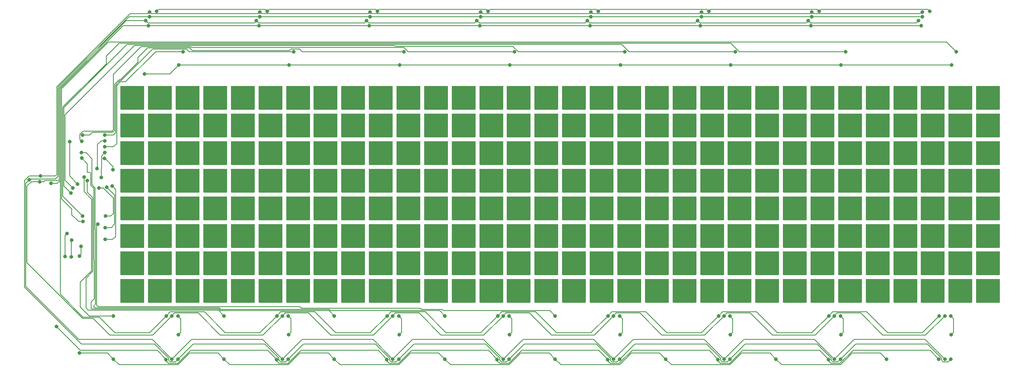
<source format=gtl>
G04 #@! TF.GenerationSoftware,KiCad,Pcbnew,6.0.8+dfsg-1~bpo11+1*
G04 #@! TF.CreationDate,2023-08-01T08:47:41-04:00*
G04 #@! TF.ProjectId,14_8x32_self_capacitance,31345f38-7833-4325-9f73-656c665f6361,rev?*
G04 #@! TF.SameCoordinates,Original*
G04 #@! TF.FileFunction,Copper,L1,Top*
G04 #@! TF.FilePolarity,Positive*
%FSLAX46Y46*%
G04 Gerber Fmt 4.6, Leading zero omitted, Abs format (unit mm)*
G04 Created by KiCad (PCBNEW 6.0.8+dfsg-1~bpo11+1) date 2023-08-01 08:47:41*
%MOMM*%
%LPD*%
G01*
G04 APERTURE LIST*
G04 Aperture macros list*
%AMFreePoly0*
4,1,13,2.417426,2.592426,2.435000,2.550000,2.435000,-2.450000,2.417426,-2.492426,2.375000,-2.510000,-2.625000,-2.510000,-2.667426,-2.492426,-2.685000,-2.450000,-2.685000,2.550000,-2.667426,2.592426,-2.625000,2.610000,2.375000,2.610000,2.417426,2.592426,2.417426,2.592426,$1*%
G04 Aperture macros list end*
G04 #@! TA.AperFunction,SMDPad,CuDef*
%ADD10FreePoly0,0.000000*%
G04 #@! TD*
G04 #@! TA.AperFunction,ViaPad*
%ADD11C,0.800000*%
G04 #@! TD*
G04 #@! TA.AperFunction,Conductor*
%ADD12C,0.127000*%
G04 #@! TD*
G04 APERTURE END LIST*
D10*
X71325000Y-59650000D03*
X71325000Y-65650000D03*
X71325000Y-71650000D03*
X71325000Y-77650000D03*
X71325000Y-83650000D03*
X71325000Y-89650000D03*
X71325000Y-95650000D03*
X71325000Y-101650000D03*
X77325000Y-59650000D03*
X77325000Y-65650000D03*
X77325000Y-71650000D03*
X77325000Y-77650000D03*
X77325000Y-83650000D03*
X77325000Y-89650000D03*
X77325000Y-95650000D03*
X77325000Y-101650000D03*
X83325000Y-59650000D03*
X83325000Y-65650000D03*
X83325000Y-71650000D03*
X83325000Y-77650000D03*
X83325000Y-83650000D03*
X83325000Y-89650000D03*
X83325000Y-95650000D03*
X83325000Y-101650000D03*
X89325000Y-59650000D03*
X89325000Y-65650000D03*
X89325000Y-71650000D03*
X89325000Y-77650000D03*
X89325000Y-83650000D03*
X89325000Y-89650000D03*
X89325000Y-95650000D03*
X89325000Y-101650000D03*
X95325000Y-59650000D03*
X95325000Y-65650000D03*
X95325000Y-71650000D03*
X95325000Y-77650000D03*
X95325000Y-83650000D03*
X95325000Y-89650000D03*
X95325000Y-95650000D03*
X95325000Y-101650000D03*
X101325000Y-59650000D03*
X101325000Y-65650000D03*
X101325000Y-71650000D03*
X101325000Y-77650000D03*
X101325000Y-83650000D03*
X101325000Y-89650000D03*
X101325000Y-95650000D03*
X101325000Y-101650000D03*
X107325000Y-59650000D03*
X107325000Y-65650000D03*
X107325000Y-71650000D03*
X107325000Y-77650000D03*
X107325000Y-83650000D03*
X107325000Y-89650000D03*
X107325000Y-95650000D03*
X107325000Y-101650000D03*
X113325000Y-59650000D03*
X113325000Y-65650000D03*
X113325000Y-71650000D03*
X113325000Y-77650000D03*
X113325000Y-83650000D03*
X113325000Y-89650000D03*
X113325000Y-95650000D03*
X113325000Y-101650000D03*
X119325000Y-59650000D03*
X119325000Y-65650000D03*
X119325000Y-71650000D03*
X119325000Y-77650000D03*
X119325000Y-83650000D03*
X119325000Y-89650000D03*
X119325000Y-95650000D03*
X119325000Y-101650000D03*
X125325000Y-59650000D03*
X125325000Y-65650000D03*
X125325000Y-71650000D03*
X125325000Y-77650000D03*
X125325000Y-83650000D03*
X125325000Y-89650000D03*
X125325000Y-95650000D03*
X125325000Y-101650000D03*
X131325000Y-59650000D03*
X131325000Y-65650000D03*
X131325000Y-71650000D03*
X131325000Y-77650000D03*
X131325000Y-83650000D03*
X131325000Y-89650000D03*
X131325000Y-95650000D03*
X131325000Y-101650000D03*
X137325000Y-59650000D03*
X137325000Y-65650000D03*
X137325000Y-71650000D03*
X137325000Y-77650000D03*
X137325000Y-83650000D03*
X137325000Y-89650000D03*
X137325000Y-95650000D03*
X137325000Y-101650000D03*
X143325000Y-59650000D03*
X143325000Y-65650000D03*
X143325000Y-71650000D03*
X143325000Y-77650000D03*
X143325000Y-83650000D03*
X143325000Y-89650000D03*
X143325000Y-95650000D03*
X143325000Y-101650000D03*
X149325000Y-59650000D03*
X149325000Y-65650000D03*
X149325000Y-71650000D03*
X149325000Y-77650000D03*
X149325000Y-83650000D03*
X149325000Y-89650000D03*
X149325000Y-95650000D03*
X149325000Y-101650000D03*
X155325000Y-59650000D03*
X155325000Y-65650000D03*
X155325000Y-71650000D03*
X155325000Y-77650000D03*
X155325000Y-83650000D03*
X155325000Y-89650000D03*
X155325000Y-95650000D03*
X155325000Y-101650000D03*
X161325000Y-59650000D03*
X161325000Y-65650000D03*
X161325000Y-71650000D03*
X161325000Y-77650000D03*
X161325000Y-83650000D03*
X161325000Y-89650000D03*
X161325000Y-95650000D03*
X161325000Y-101650000D03*
X167325000Y-59650000D03*
X167325000Y-65650000D03*
X167325000Y-71650000D03*
X167325000Y-77650000D03*
X167325000Y-83650000D03*
X167325000Y-89650000D03*
X167325000Y-95650000D03*
X167325000Y-101650000D03*
X173325000Y-59650000D03*
X173325000Y-65650000D03*
X173325000Y-71650000D03*
X173325000Y-77650000D03*
X173325000Y-83650000D03*
X173325000Y-89650000D03*
X173325000Y-95650000D03*
X173325000Y-101650000D03*
X179325000Y-59650000D03*
X179325000Y-65650000D03*
X179325000Y-71650000D03*
X179325000Y-77650000D03*
X179325000Y-83650000D03*
X179325000Y-89650000D03*
X179325000Y-95650000D03*
X179325000Y-101650000D03*
X185325000Y-59650000D03*
X185325000Y-65650000D03*
X185325000Y-71650000D03*
X185325000Y-77650000D03*
X185325000Y-83650000D03*
X185325000Y-89650000D03*
X185325000Y-95650000D03*
X185325000Y-101650000D03*
X191325000Y-59650000D03*
X191325000Y-65650000D03*
X191325000Y-71650000D03*
X191325000Y-77650000D03*
X191325000Y-83650000D03*
X191325000Y-89650000D03*
X191325000Y-95650000D03*
X191325000Y-101650000D03*
X197325000Y-59650000D03*
X197325000Y-65650000D03*
X197325000Y-71650000D03*
X197325000Y-77650000D03*
X197325000Y-83650000D03*
X197325000Y-89650000D03*
X197325000Y-95650000D03*
X197325000Y-101650000D03*
X203325000Y-59650000D03*
X203325000Y-65650000D03*
X203325000Y-71650000D03*
X203325000Y-77650000D03*
X203325000Y-83650000D03*
X203325000Y-89650000D03*
X203325000Y-95650000D03*
X203325000Y-101650000D03*
X209325000Y-59650000D03*
X209325000Y-65650000D03*
X209325000Y-71650000D03*
X209325000Y-77650000D03*
X209325000Y-83650000D03*
X209325000Y-89650000D03*
X209325000Y-95650000D03*
X209325000Y-101650000D03*
X215325000Y-59650000D03*
X215325000Y-65650000D03*
X215325000Y-71650000D03*
X215325000Y-77650000D03*
X215325000Y-83650000D03*
X215325000Y-89650000D03*
X215325000Y-95650000D03*
X215325000Y-101650000D03*
X221325000Y-59650000D03*
X221325000Y-65650000D03*
X221325000Y-71650000D03*
X221325000Y-77650000D03*
X221325000Y-83650000D03*
X221325000Y-89650000D03*
X221325000Y-95650000D03*
X221325000Y-101650000D03*
X227325000Y-59650000D03*
X227325000Y-65650000D03*
X227325000Y-71650000D03*
X227325000Y-77650000D03*
X227325000Y-83650000D03*
X227325000Y-89650000D03*
X227325000Y-95650000D03*
X227325000Y-101650000D03*
X233325000Y-59650000D03*
X233325000Y-65650000D03*
X233325000Y-71650000D03*
X233325000Y-77650000D03*
X233325000Y-83650000D03*
X233325000Y-89650000D03*
X233325000Y-95650000D03*
X233325000Y-101650000D03*
X239325000Y-59650000D03*
X239325000Y-65650000D03*
X239325000Y-71650000D03*
X239325000Y-77650000D03*
X239325000Y-83650000D03*
X239325000Y-89650000D03*
X239325000Y-95650000D03*
X239325000Y-101650000D03*
X245325000Y-59650000D03*
X245325000Y-65650000D03*
X245325000Y-71650000D03*
X245325000Y-77650000D03*
X245325000Y-83650000D03*
X245325000Y-89650000D03*
X245325000Y-95650000D03*
X245325000Y-101650000D03*
X251325000Y-59650000D03*
X251325000Y-65650000D03*
X251325000Y-71650000D03*
X251325000Y-77650000D03*
X251325000Y-83650000D03*
X251325000Y-89650000D03*
X251325000Y-95650000D03*
X251325000Y-101650000D03*
X257325000Y-59650000D03*
X257325000Y-65650000D03*
X257325000Y-71650000D03*
X257325000Y-77650000D03*
X257325000Y-83650000D03*
X257325000Y-89650000D03*
X257325000Y-95650000D03*
X257325000Y-101650000D03*
D11*
X196496050Y-40703950D03*
X220496050Y-40703950D03*
X57600000Y-69100000D03*
X59659210Y-115100000D03*
X115100000Y-116400000D03*
X66800000Y-78800000D03*
X235100000Y-116400000D03*
X139100000Y-116400000D03*
X163100000Y-116400000D03*
X187100000Y-116400000D03*
X65300000Y-90400000D03*
X67100000Y-116400000D03*
X124496050Y-40703950D03*
X76496050Y-40703950D03*
X244496050Y-40703950D03*
X148496050Y-40703950D03*
X91100000Y-116400000D03*
X67000000Y-75200000D03*
X211100000Y-116400000D03*
X65155000Y-72745000D03*
X100496050Y-40703950D03*
X172496050Y-40703950D03*
X59300000Y-78300000D03*
X105200000Y-111100000D03*
X153100000Y-107000000D03*
X78500000Y-116500000D03*
X102500000Y-116500000D03*
X81100000Y-107000000D03*
X81200000Y-111100000D03*
X225100000Y-107000000D03*
X201100000Y-107000000D03*
X153264500Y-52435500D03*
X177200000Y-111100000D03*
X150500000Y-116500000D03*
X105264500Y-52435500D03*
X198500000Y-116500000D03*
X126500000Y-116500000D03*
X222500000Y-116500000D03*
X153200000Y-111100000D03*
X174500000Y-116500000D03*
X73800000Y-54400000D03*
X225200000Y-111100000D03*
X129200000Y-111100000D03*
X81264500Y-52435500D03*
X105100000Y-107000000D03*
X129100000Y-107000000D03*
X177264500Y-52435500D03*
X54700000Y-109300000D03*
X249200000Y-111100000D03*
X246500000Y-116400000D03*
X201200000Y-111100000D03*
X249100000Y-107000000D03*
X249264500Y-52435500D03*
X225264500Y-52435500D03*
X129264500Y-52435500D03*
X201264500Y-52435500D03*
X177100000Y-107000000D03*
X170700000Y-43900000D03*
X53500000Y-78200000D03*
X78600000Y-107000000D03*
X146700000Y-43900000D03*
X102600000Y-107000000D03*
X246600000Y-107000000D03*
X98700000Y-43900000D03*
X150600000Y-107000000D03*
X174600000Y-107000000D03*
X126600000Y-107000000D03*
X242700000Y-43900000D03*
X198600000Y-107000000D03*
X122700000Y-43900000D03*
X218700000Y-43900000D03*
X74700000Y-43900000D03*
X194700000Y-43900000D03*
X222600000Y-107000000D03*
X74100000Y-42800000D03*
X98100000Y-42800000D03*
X151800000Y-107000000D03*
X127800000Y-107000000D03*
X247800000Y-107000000D03*
X218100000Y-42800000D03*
X146100000Y-42800000D03*
X223800000Y-107000000D03*
X175800000Y-107000000D03*
X199800000Y-107000000D03*
X122100000Y-42800000D03*
X103800000Y-107000000D03*
X79800000Y-107000000D03*
X170100000Y-42800000D03*
X242100000Y-42800000D03*
X194100000Y-42800000D03*
X51100000Y-77800000D03*
X175800000Y-116400000D03*
X170900000Y-41900000D03*
X103800000Y-116400000D03*
X122900000Y-41900000D03*
X146900000Y-41900000D03*
X151800000Y-116400000D03*
X242900000Y-41900000D03*
X223800000Y-116400000D03*
X48800000Y-77400000D03*
X218900000Y-41900000D03*
X194900000Y-41900000D03*
X74900000Y-41900000D03*
X79800000Y-116400000D03*
X98900000Y-41900000D03*
X199800000Y-116400000D03*
X247800000Y-116400000D03*
X127800000Y-116400000D03*
X218900000Y-40900000D03*
X98900000Y-40900000D03*
X201100000Y-116400000D03*
X122900000Y-40900000D03*
X194900000Y-40900000D03*
X225100000Y-116400000D03*
X170900000Y-40900000D03*
X153100000Y-116400000D03*
X51200000Y-76600000D03*
X74900000Y-40900000D03*
X177100000Y-116400000D03*
X242900000Y-40900000D03*
X105100000Y-116400000D03*
X249100000Y-116400000D03*
X129100000Y-116400000D03*
X146900000Y-40900000D03*
X81100000Y-116400000D03*
X250245500Y-49545500D03*
X60500000Y-86500000D03*
X251300000Y-101700000D03*
X251300000Y-95700000D03*
X251300000Y-89700000D03*
X251300000Y-83700000D03*
X251300000Y-77700000D03*
X251300000Y-71700000D03*
X251300000Y-65700000D03*
X251300000Y-59700000D03*
X257300000Y-101700000D03*
X257300000Y-95700000D03*
X257300000Y-89700000D03*
X257300000Y-83700000D03*
X257300000Y-77700000D03*
X257300000Y-71700000D03*
X257300000Y-65700000D03*
X257300000Y-59700000D03*
X56600000Y-94100000D03*
X57000000Y-89100000D03*
X239300000Y-101700000D03*
X239300000Y-95700000D03*
X239300000Y-89700000D03*
X239300000Y-83700000D03*
X239300000Y-77700000D03*
X239300000Y-71700000D03*
X239300000Y-65700000D03*
X239300000Y-59700000D03*
X245300000Y-101700000D03*
X245300000Y-95700000D03*
X245300000Y-89700000D03*
X245300000Y-83700000D03*
X245300000Y-77700000D03*
X245300000Y-71700000D03*
X245300000Y-65700000D03*
X245300000Y-59700000D03*
X226245500Y-49545500D03*
X60400000Y-85300000D03*
X227300000Y-101700000D03*
X227300000Y-95700000D03*
X227300000Y-89700000D03*
X227300000Y-83700000D03*
X227300000Y-77700000D03*
X227300000Y-71700000D03*
X227300000Y-65700000D03*
X227300000Y-59700000D03*
X233300000Y-101700000D03*
X233300000Y-95700000D03*
X233300000Y-89700000D03*
X233300000Y-83700000D03*
X233300000Y-77700000D03*
X233300000Y-71700000D03*
X233300000Y-65700000D03*
X233300000Y-59700000D03*
X57900000Y-94200000D03*
X58000000Y-90500000D03*
X215300000Y-101700000D03*
X215300000Y-95700000D03*
X215300000Y-89700000D03*
X215300000Y-83700000D03*
X215300000Y-77700000D03*
X215300000Y-71700000D03*
X215300000Y-65700000D03*
X215300000Y-59700000D03*
X221300000Y-101700000D03*
X221300000Y-95700000D03*
X221300000Y-89700000D03*
X221300000Y-83700000D03*
X221300000Y-77700000D03*
X221300000Y-71700000D03*
X221300000Y-65700000D03*
X221300000Y-59700000D03*
X71300000Y-59700000D03*
X71300000Y-65700000D03*
X71300000Y-71700000D03*
X71300000Y-77700000D03*
X71300000Y-83700000D03*
X71300000Y-89700000D03*
X71300000Y-95700000D03*
X71300000Y-101700000D03*
X77300000Y-59700000D03*
X77300000Y-65700000D03*
X77300000Y-71700000D03*
X77300000Y-77700000D03*
X77300000Y-83700000D03*
X77300000Y-89700000D03*
X77300000Y-95700000D03*
X77300000Y-101700000D03*
X83300000Y-59700000D03*
X83300000Y-65700000D03*
X83300000Y-71700000D03*
X83300000Y-77700000D03*
X83300000Y-83700000D03*
X83300000Y-89700000D03*
X83300000Y-95700000D03*
X83300000Y-101700000D03*
X89300000Y-59700000D03*
X89300000Y-65700000D03*
X89300000Y-71700000D03*
X89300000Y-77700000D03*
X89300000Y-83700000D03*
X89300000Y-89700000D03*
X89300000Y-95700000D03*
X89300000Y-101700000D03*
X95300000Y-59700000D03*
X95300000Y-65700000D03*
X95300000Y-71700000D03*
X95300000Y-77700000D03*
X95300000Y-83700000D03*
X95300000Y-89700000D03*
X95300000Y-95700000D03*
X95300000Y-101700000D03*
X101300000Y-59700000D03*
X101300000Y-65700000D03*
X101300000Y-71700000D03*
X101300000Y-77700000D03*
X101300000Y-83700000D03*
X101300000Y-89700000D03*
X101300000Y-95700000D03*
X101300000Y-101700000D03*
X107300000Y-59700000D03*
X107300000Y-65700000D03*
X107300000Y-71700000D03*
X107300000Y-77700000D03*
X107300000Y-83700000D03*
X107300000Y-89700000D03*
X107300000Y-95700000D03*
X107300000Y-101700000D03*
X113300000Y-59700000D03*
X113300000Y-65700000D03*
X113300000Y-71700000D03*
X113300000Y-77700000D03*
X113300000Y-83700000D03*
X113300000Y-89700000D03*
X113300000Y-95700000D03*
X113300000Y-101700000D03*
X119300000Y-59700000D03*
X119300000Y-65700000D03*
X119300000Y-71700000D03*
X119300000Y-77700000D03*
X119300000Y-83700000D03*
X119300000Y-89700000D03*
X119300000Y-95700000D03*
X119300000Y-101700000D03*
X125300000Y-59700000D03*
X125300000Y-65700000D03*
X125300000Y-71700000D03*
X125300000Y-77700000D03*
X125300000Y-83700000D03*
X125300000Y-89700000D03*
X125300000Y-95700000D03*
X125300000Y-101700000D03*
X131300000Y-59700000D03*
X131300000Y-65700000D03*
X131300000Y-71700000D03*
X131300000Y-77700000D03*
X131300000Y-83700000D03*
X131300000Y-89700000D03*
X131300000Y-95700000D03*
X131300000Y-101700000D03*
X137300000Y-59700000D03*
X137300000Y-65700000D03*
X137300000Y-71700000D03*
X137300000Y-77700000D03*
X137300000Y-83700000D03*
X137300000Y-89700000D03*
X137300000Y-95700000D03*
X137300000Y-101700000D03*
X143300000Y-59700000D03*
X143300000Y-65700000D03*
X143300000Y-71700000D03*
X143300000Y-77700000D03*
X143300000Y-83700000D03*
X143300000Y-89700000D03*
X143300000Y-95700000D03*
X143300000Y-101700000D03*
X149300000Y-59700000D03*
X149300000Y-65700000D03*
X149300000Y-71700000D03*
X149300000Y-77700000D03*
X149300000Y-83700000D03*
X149300000Y-89700000D03*
X149300000Y-95700000D03*
X149300000Y-101700000D03*
X155300000Y-59700000D03*
X155300000Y-65700000D03*
X155300000Y-71700000D03*
X155300000Y-77700000D03*
X155300000Y-83700000D03*
X155300000Y-89700000D03*
X155300000Y-95700000D03*
X155300000Y-101700000D03*
X161300000Y-59700000D03*
X161300000Y-65700000D03*
X161300000Y-71700000D03*
X161300000Y-77700000D03*
X161300000Y-83700000D03*
X161300000Y-89700000D03*
X161300000Y-95700000D03*
X161300000Y-101700000D03*
X167300000Y-59700000D03*
X167300000Y-65700000D03*
X167300000Y-71700000D03*
X167300000Y-77700000D03*
X167300000Y-83700000D03*
X167300000Y-89700000D03*
X167300000Y-95700000D03*
X167300000Y-101700000D03*
X173300000Y-59700000D03*
X173300000Y-65700000D03*
X173300000Y-71700000D03*
X173300000Y-77700000D03*
X173300000Y-83700000D03*
X173300000Y-89700000D03*
X173300000Y-95700000D03*
X173300000Y-101700000D03*
X179300000Y-59700000D03*
X179300000Y-65700000D03*
X179300000Y-71700000D03*
X179300000Y-77700000D03*
X179300000Y-83700000D03*
X179300000Y-89700000D03*
X179300000Y-95700000D03*
X179300000Y-101700000D03*
X185300000Y-59700000D03*
X185300000Y-65700000D03*
X185300000Y-71700000D03*
X185300000Y-77700000D03*
X185300000Y-83700000D03*
X185300000Y-89700000D03*
X185300000Y-95700000D03*
X185300000Y-101700000D03*
X191300000Y-59700000D03*
X191300000Y-65700000D03*
X191300000Y-71700000D03*
X191300000Y-77700000D03*
X191300000Y-83700000D03*
X191300000Y-89700000D03*
X191300000Y-95700000D03*
X191300000Y-101700000D03*
X197300000Y-59700000D03*
X197300000Y-65700000D03*
X197300000Y-71700000D03*
X197300000Y-77700000D03*
X197300000Y-83700000D03*
X197300000Y-89700000D03*
X197300000Y-95700000D03*
X197300000Y-101700000D03*
X203300000Y-59700000D03*
X203300000Y-65700000D03*
X203300000Y-71700000D03*
X203300000Y-77700000D03*
X203300000Y-83700000D03*
X203300000Y-89700000D03*
X203300000Y-95700000D03*
X203300000Y-101700000D03*
X209300000Y-59700000D03*
X209300000Y-65700000D03*
X209300000Y-71700000D03*
X209300000Y-77700000D03*
X209300000Y-83700000D03*
X209300000Y-89700000D03*
X209300000Y-95700000D03*
X209300000Y-101700000D03*
X67100000Y-107000000D03*
X65200000Y-68900000D03*
X60700000Y-76800000D03*
X63550000Y-74950000D03*
X65400000Y-85300000D03*
X57800000Y-80300000D03*
X202245500Y-49545500D03*
X63900000Y-79200000D03*
X63700000Y-87100000D03*
X163100000Y-107000000D03*
X65300000Y-87800000D03*
X58259210Y-79200000D03*
X178245500Y-49545500D03*
X65600000Y-79000000D03*
X59700000Y-94000000D03*
X60000000Y-91900000D03*
X65200000Y-70200000D03*
X82245500Y-49545500D03*
X115100000Y-107000000D03*
X60200000Y-72700000D03*
X139100000Y-107000000D03*
X60100000Y-71500000D03*
X154245500Y-49545500D03*
X60200000Y-69000000D03*
X130245500Y-49545500D03*
X60400000Y-67700000D03*
X65200000Y-67700000D03*
X106245500Y-49545500D03*
X65200000Y-71500000D03*
X91100000Y-107000000D03*
X64400000Y-76900000D03*
X61400000Y-77600000D03*
D12*
X100496050Y-40703950D02*
X100092100Y-40300000D01*
X172092100Y-40300000D02*
X148900000Y-40300000D01*
X163100000Y-116400000D02*
X161800000Y-115100000D01*
X164354000Y-117654000D02*
X163100000Y-116400000D01*
X92354000Y-117654000D02*
X91100000Y-116400000D01*
X140354000Y-117654000D02*
X139100000Y-116400000D01*
X67554000Y-79554000D02*
X66800000Y-78800000D01*
X212354000Y-117654000D02*
X211100000Y-116400000D01*
X81105210Y-117654000D02*
X68354000Y-117654000D01*
X148496050Y-40703950D02*
X148092100Y-40300000D01*
X66900000Y-90400000D02*
X67554000Y-89746000D01*
X100092100Y-40300000D02*
X76900000Y-40300000D01*
X57600000Y-69100000D02*
X57600000Y-76600000D01*
X172496050Y-40703950D02*
X172092100Y-40300000D01*
X179659210Y-115100000D02*
X177105210Y-117654000D01*
X91100000Y-116400000D02*
X89800000Y-115100000D01*
X225105210Y-117654000D02*
X212354000Y-117654000D01*
X107659210Y-115100000D02*
X113800000Y-115100000D01*
X67000000Y-74500000D02*
X65200000Y-72700000D01*
X107659210Y-115100000D02*
X105105210Y-117654000D01*
X211100000Y-116400000D02*
X209800000Y-115100000D01*
X131659210Y-115100000D02*
X129105210Y-117654000D01*
X177105210Y-117654000D02*
X164354000Y-117654000D01*
X148092100Y-40300000D02*
X124900000Y-40300000D01*
X59659210Y-115100000D02*
X65800000Y-115100000D01*
X67000000Y-75200000D02*
X67000000Y-74500000D01*
X65300000Y-90400000D02*
X66900000Y-90400000D01*
X196092100Y-40300000D02*
X172900000Y-40300000D01*
X227659210Y-115100000D02*
X225105210Y-117654000D01*
X155659210Y-115100000D02*
X161800000Y-115100000D01*
X124092100Y-40300000D02*
X100900000Y-40300000D01*
X196496050Y-40703950D02*
X196092100Y-40300000D01*
X235100000Y-116400000D02*
X233800000Y-115100000D01*
X129105210Y-117654000D02*
X116354000Y-117654000D01*
X196900000Y-40300000D02*
X196496050Y-40703950D01*
X244092100Y-40300000D02*
X220900000Y-40300000D01*
X179659210Y-115100000D02*
X185800000Y-115100000D01*
X83659210Y-115100000D02*
X89800000Y-115100000D01*
X83659210Y-115100000D02*
X81105210Y-117654000D01*
X201105210Y-117654000D02*
X188354000Y-117654000D01*
X244496050Y-40703950D02*
X244092100Y-40300000D01*
X124496050Y-40703950D02*
X124092100Y-40300000D01*
X116354000Y-117654000D02*
X115100000Y-116400000D01*
X203659210Y-115100000D02*
X209800000Y-115100000D01*
X76900000Y-40300000D02*
X76496050Y-40703950D01*
X153105210Y-117654000D02*
X140354000Y-117654000D01*
X220900000Y-40300000D02*
X220496050Y-40703950D01*
X187100000Y-116400000D02*
X185800000Y-115100000D01*
X155659210Y-115100000D02*
X153105210Y-117654000D01*
X148900000Y-40300000D02*
X148496050Y-40703950D01*
X124900000Y-40300000D02*
X124496050Y-40703950D01*
X67100000Y-116400000D02*
X65800000Y-115100000D01*
X105105210Y-117654000D02*
X92354000Y-117654000D01*
X68354000Y-117654000D02*
X67100000Y-116400000D01*
X172900000Y-40300000D02*
X172496050Y-40703950D01*
X220496050Y-40703950D02*
X220092100Y-40300000D01*
X115100000Y-116400000D02*
X113800000Y-115100000D01*
X131659210Y-115100000D02*
X137800000Y-115100000D01*
X57600000Y-76600000D02*
X59300000Y-78300000D01*
X188354000Y-117654000D02*
X187100000Y-116400000D01*
X220092100Y-40300000D02*
X196900000Y-40300000D01*
X203659210Y-115100000D02*
X201105210Y-117654000D01*
X100900000Y-40300000D02*
X100496050Y-40703950D01*
X233800000Y-115100000D02*
X227659210Y-115100000D01*
X139100000Y-116400000D02*
X137800000Y-115100000D01*
X67554000Y-89746000D02*
X67554000Y-79554000D01*
X131900000Y-114500000D02*
X129000000Y-117400000D01*
X107900000Y-114500000D02*
X105000000Y-117400000D01*
X249690500Y-107590500D02*
X249690500Y-110609500D01*
X155900000Y-114500000D02*
X172600000Y-114500000D01*
X227900000Y-114500000D02*
X225000000Y-117400000D01*
X177690500Y-107590500D02*
X177100000Y-107000000D01*
X249690500Y-107590500D02*
X249100000Y-107000000D01*
X201264500Y-52435500D02*
X177264500Y-52435500D01*
X127100000Y-117400000D02*
X126500000Y-116800000D01*
X105690500Y-107590500D02*
X105100000Y-107000000D01*
X177690500Y-107590500D02*
X177690500Y-110609500D01*
X225000000Y-117400000D02*
X223100000Y-117400000D01*
X244600000Y-114500000D02*
X227900000Y-114500000D01*
X81690500Y-107590500D02*
X81100000Y-107000000D01*
X79100000Y-117400000D02*
X78500000Y-116800000D01*
X59900000Y-114500000D02*
X54700000Y-109300000D01*
X199100000Y-117400000D02*
X198500000Y-116800000D01*
X150500000Y-116400000D02*
X148600000Y-114500000D01*
X150500000Y-116800000D02*
X150500000Y-116500000D01*
X153690500Y-107590500D02*
X153690500Y-110609500D01*
X102500000Y-116800000D02*
X102500000Y-116500000D01*
X222500000Y-116400000D02*
X220600000Y-114500000D01*
X105690500Y-107590500D02*
X105690500Y-110609500D01*
X78500000Y-116800000D02*
X78500000Y-116500000D01*
X201690500Y-110609500D02*
X201200000Y-111100000D01*
X81690500Y-107590500D02*
X81690500Y-110609500D01*
X129264500Y-52435500D02*
X105264500Y-52435500D01*
X81000000Y-117400000D02*
X79100000Y-117400000D01*
X102500000Y-116400000D02*
X100600000Y-114500000D01*
X174500000Y-116800000D02*
X174500000Y-116500000D01*
X105000000Y-117400000D02*
X103100000Y-117400000D01*
X177264500Y-52435500D02*
X153264500Y-52435500D01*
X174500000Y-116400000D02*
X172600000Y-114500000D01*
X201000000Y-117400000D02*
X199100000Y-117400000D01*
X222500000Y-116500000D02*
X222500000Y-116400000D01*
X177000000Y-117400000D02*
X175100000Y-117400000D01*
X81690500Y-110609500D02*
X81200000Y-111100000D01*
X175100000Y-117400000D02*
X174500000Y-116800000D01*
X246500000Y-116400000D02*
X244600000Y-114500000D01*
X129690500Y-110609500D02*
X129200000Y-111100000D01*
X105264500Y-52435500D02*
X81264500Y-52435500D01*
X177690500Y-110609500D02*
X177200000Y-111100000D01*
X126500000Y-116800000D02*
X126500000Y-116500000D01*
X126500000Y-116400000D02*
X124600000Y-114500000D01*
X153000000Y-117400000D02*
X151100000Y-117400000D01*
X153690500Y-110609500D02*
X153200000Y-111100000D01*
X179900000Y-114500000D02*
X196600000Y-114500000D01*
X78500000Y-116400000D02*
X76600000Y-114500000D01*
X222500000Y-116800000D02*
X222500000Y-116500000D01*
X129690500Y-107590500D02*
X129100000Y-107000000D01*
X129690500Y-107590500D02*
X129690500Y-110609500D01*
X131900000Y-114500000D02*
X148600000Y-114500000D01*
X203900000Y-114500000D02*
X220600000Y-114500000D01*
X223100000Y-117400000D02*
X222500000Y-116800000D01*
X107900000Y-114500000D02*
X124600000Y-114500000D01*
X151100000Y-117400000D02*
X150500000Y-116800000D01*
X201690500Y-107590500D02*
X201100000Y-107000000D01*
X249690500Y-110609500D02*
X249200000Y-111100000D01*
X198500000Y-116400000D02*
X196600000Y-114500000D01*
X59900000Y-114500000D02*
X76600000Y-114500000D01*
X225264500Y-52435500D02*
X201264500Y-52435500D01*
X81264500Y-52435500D02*
X79300000Y-54400000D01*
X225690500Y-107590500D02*
X225100000Y-107000000D01*
X105690500Y-110609500D02*
X105200000Y-111100000D01*
X225690500Y-110609500D02*
X225200000Y-111100000D01*
X83900000Y-114500000D02*
X81000000Y-117400000D01*
X153264500Y-52435500D02*
X129264500Y-52435500D01*
X201690500Y-107590500D02*
X201690500Y-110609500D01*
X249264500Y-52435500D02*
X225264500Y-52435500D01*
X203900000Y-114500000D02*
X201000000Y-117400000D01*
X103100000Y-117400000D02*
X102500000Y-116800000D01*
X179900000Y-114500000D02*
X177000000Y-117400000D01*
X129000000Y-117400000D02*
X127100000Y-117400000D01*
X198500000Y-116800000D02*
X198500000Y-116500000D01*
X79300000Y-54400000D02*
X73800000Y-54400000D01*
X225690500Y-107590500D02*
X225690500Y-110609500D01*
X153690500Y-107590500D02*
X153100000Y-107000000D01*
X155900000Y-114500000D02*
X153000000Y-117400000D01*
X83900000Y-114500000D02*
X100600000Y-114500000D01*
X246600000Y-107000000D02*
X242900000Y-110700000D01*
X54900000Y-78200000D02*
X53500000Y-78200000D01*
X242700000Y-43900000D02*
X218700000Y-43900000D01*
X55538000Y-57502790D02*
X55538000Y-77562000D01*
X146900000Y-110700000D02*
X139400000Y-110700000D01*
X110846000Y-106146000D02*
X115400000Y-110700000D01*
X98700000Y-43900000D02*
X74700000Y-43900000D01*
X170700000Y-43900000D02*
X146700000Y-43900000D01*
X67400000Y-110700000D02*
X64000000Y-107300000D01*
X69140790Y-43900000D02*
X55538000Y-57502790D01*
X126600000Y-107000000D02*
X122900000Y-110700000D01*
X74700000Y-43900000D02*
X69140790Y-43900000D01*
X199454000Y-106146000D02*
X206846000Y-106146000D01*
X122900000Y-110700000D02*
X115400000Y-110700000D01*
X222600000Y-107000000D02*
X223454000Y-106146000D01*
X78600000Y-107000000D02*
X74900000Y-110700000D01*
X60500000Y-107300000D02*
X55538000Y-102338000D01*
X127454000Y-106146000D02*
X134846000Y-106146000D01*
X174600000Y-107000000D02*
X170900000Y-110700000D01*
X230846000Y-106146000D02*
X235400000Y-110700000D01*
X150600000Y-107000000D02*
X151454000Y-106146000D01*
X218700000Y-43900000D02*
X194700000Y-43900000D01*
X194900000Y-110700000D02*
X187400000Y-110700000D01*
X170900000Y-110700000D02*
X163400000Y-110700000D01*
X218900000Y-110700000D02*
X211400000Y-110700000D01*
X134846000Y-106146000D02*
X139400000Y-110700000D01*
X64000000Y-107300000D02*
X60500000Y-107300000D01*
X175454000Y-106146000D02*
X182846000Y-106146000D01*
X151454000Y-106146000D02*
X158846000Y-106146000D01*
X122700000Y-43900000D02*
X98700000Y-43900000D01*
X242900000Y-110700000D02*
X235400000Y-110700000D01*
X103454000Y-106146000D02*
X110846000Y-106146000D01*
X198600000Y-107000000D02*
X194900000Y-110700000D01*
X223454000Y-106146000D02*
X230846000Y-106146000D01*
X55538000Y-77562000D02*
X54900000Y-78200000D01*
X146700000Y-43900000D02*
X122700000Y-43900000D01*
X102600000Y-107000000D02*
X98900000Y-110700000D01*
X222600000Y-107000000D02*
X218900000Y-110700000D01*
X206846000Y-106146000D02*
X211400000Y-110700000D01*
X126600000Y-107000000D02*
X127454000Y-106146000D01*
X198600000Y-107000000D02*
X199454000Y-106146000D01*
X182846000Y-106146000D02*
X187400000Y-110700000D01*
X79454000Y-106146000D02*
X86846000Y-106146000D01*
X194700000Y-43900000D02*
X170700000Y-43900000D01*
X74900000Y-110700000D02*
X67400000Y-110700000D01*
X78600000Y-107000000D02*
X79454000Y-106146000D01*
X55538000Y-102338000D02*
X55538000Y-77500000D01*
X150600000Y-107000000D02*
X146900000Y-110700000D01*
X102600000Y-107000000D02*
X103454000Y-106146000D01*
X86846000Y-106146000D02*
X91400000Y-110700000D01*
X98900000Y-110700000D02*
X91400000Y-110700000D01*
X174600000Y-107000000D02*
X175454000Y-106146000D01*
X158846000Y-106146000D02*
X163400000Y-110700000D01*
X133500000Y-106400000D02*
X138300000Y-111200000D01*
X121590500Y-43309500D02*
X98609500Y-43309500D01*
X127800000Y-107000000D02*
X123600000Y-111200000D01*
X52000000Y-77800000D02*
X51100000Y-77800000D01*
X146100000Y-42800000D02*
X145590500Y-43309500D01*
X242100000Y-42800000D02*
X241590500Y-43309500D01*
X194100000Y-42800000D02*
X193590500Y-43309500D01*
X170609500Y-43309500D02*
X170100000Y-42800000D01*
X80400000Y-106400000D02*
X85500000Y-106400000D01*
X52190500Y-77609500D02*
X52000000Y-77800000D01*
X219600000Y-111200000D02*
X210300000Y-111200000D01*
X181500000Y-106400000D02*
X186300000Y-111200000D01*
X99600000Y-111200000D02*
X90300000Y-111200000D01*
X218609500Y-43309500D02*
X218100000Y-42800000D01*
X127800000Y-107000000D02*
X128400000Y-106400000D01*
X122100000Y-42800000D02*
X121590500Y-43309500D01*
X128400000Y-106400000D02*
X133500000Y-106400000D01*
X175800000Y-107000000D02*
X176400000Y-106400000D01*
X48300000Y-78800000D02*
X49300000Y-77800000D01*
X97590500Y-43309500D02*
X74609500Y-43309500D01*
X157500000Y-106400000D02*
X162300000Y-111200000D01*
X55284000Y-57397580D02*
X55284000Y-77456790D01*
X176400000Y-106400000D02*
X181500000Y-106400000D01*
X66300000Y-111200000D02*
X62654000Y-107554000D01*
X152400000Y-106400000D02*
X157500000Y-106400000D01*
X85500000Y-106400000D02*
X90300000Y-111200000D01*
X123600000Y-111200000D02*
X114300000Y-111200000D01*
X199800000Y-107000000D02*
X200400000Y-106400000D01*
X193590500Y-43309500D02*
X170609500Y-43309500D01*
X194609500Y-43309500D02*
X194100000Y-42800000D01*
X55131290Y-77609500D02*
X52190500Y-77609500D01*
X170100000Y-42800000D02*
X169590500Y-43309500D01*
X74100000Y-42800000D02*
X69881580Y-42800000D01*
X74609500Y-43309500D02*
X74100000Y-42800000D01*
X218100000Y-42800000D02*
X217590500Y-43309500D01*
X205500000Y-106400000D02*
X210300000Y-111200000D01*
X217590500Y-43309500D02*
X194609500Y-43309500D01*
X69881580Y-42800000D02*
X55284000Y-57397580D01*
X147600000Y-111200000D02*
X138300000Y-111200000D01*
X55284000Y-77456790D02*
X55131290Y-77609500D01*
X199800000Y-107000000D02*
X195600000Y-111200000D01*
X145590500Y-43309500D02*
X122609500Y-43309500D01*
X169590500Y-43309500D02*
X146609500Y-43309500D01*
X224400000Y-106400000D02*
X229500000Y-106400000D01*
X79800000Y-107000000D02*
X75600000Y-111200000D01*
X60394790Y-107554000D02*
X48300000Y-95459210D01*
X104400000Y-106400000D02*
X109500000Y-106400000D01*
X103800000Y-107000000D02*
X104400000Y-106400000D01*
X223800000Y-107000000D02*
X224400000Y-106400000D01*
X79800000Y-107000000D02*
X80400000Y-106400000D01*
X195600000Y-111200000D02*
X186300000Y-111200000D01*
X247800000Y-107000000D02*
X243600000Y-111200000D01*
X109500000Y-106400000D02*
X114300000Y-111200000D01*
X175800000Y-107000000D02*
X171600000Y-111200000D01*
X241590500Y-43309500D02*
X218609500Y-43309500D01*
X75600000Y-111200000D02*
X66300000Y-111200000D01*
X243600000Y-111200000D02*
X234300000Y-111200000D01*
X48300000Y-95459210D02*
X48300000Y-78800000D01*
X223800000Y-107000000D02*
X219600000Y-111200000D01*
X49300000Y-77800000D02*
X51100000Y-77800000D01*
X122609500Y-43309500D02*
X122100000Y-42800000D01*
X98609500Y-43309500D02*
X98100000Y-42800000D01*
X146609500Y-43309500D02*
X146100000Y-42800000D01*
X200400000Y-106400000D02*
X205500000Y-106400000D01*
X62654000Y-107554000D02*
X60394790Y-107554000D01*
X151800000Y-107000000D02*
X152400000Y-106400000D01*
X98100000Y-42800000D02*
X97590500Y-43309500D01*
X229500000Y-106400000D02*
X234300000Y-111200000D01*
X151800000Y-107000000D02*
X147600000Y-111200000D01*
X171600000Y-111200000D02*
X162300000Y-111200000D01*
X103800000Y-107000000D02*
X99600000Y-111200000D01*
X55030000Y-57292370D02*
X55030000Y-76670000D01*
X98900000Y-41900000D02*
X74900000Y-41900000D01*
X156100000Y-112100000D02*
X171500000Y-112100000D01*
X79800000Y-116400000D02*
X75500000Y-112100000D01*
X247800000Y-116400000D02*
X243500000Y-112100000D01*
X70422370Y-41900000D02*
X55030000Y-57292370D01*
X55030000Y-76670000D02*
X54490500Y-77209500D01*
X122900000Y-41900000D02*
X98900000Y-41900000D01*
X127800000Y-116400000D02*
X132100000Y-112100000D01*
X151800000Y-116400000D02*
X147500000Y-112100000D01*
X48046000Y-78154000D02*
X48800000Y-77400000D01*
X146900000Y-41900000D02*
X122900000Y-41900000D01*
X242900000Y-41900000D02*
X218900000Y-41900000D01*
X75500000Y-112100000D02*
X59500000Y-112100000D01*
X223800000Y-116400000D02*
X228100000Y-112100000D01*
X151800000Y-116400000D02*
X156100000Y-112100000D01*
X218900000Y-41900000D02*
X194900000Y-41900000D01*
X194900000Y-41900000D02*
X170900000Y-41900000D01*
X54490500Y-77209500D02*
X48990500Y-77209500D01*
X199800000Y-116400000D02*
X204100000Y-112100000D01*
X199800000Y-116400000D02*
X195500000Y-112100000D01*
X103800000Y-116400000D02*
X108100000Y-112100000D01*
X103800000Y-116400000D02*
X99500000Y-112100000D01*
X74900000Y-41900000D02*
X70422370Y-41900000D01*
X84100000Y-112100000D02*
X99500000Y-112100000D01*
X59500000Y-112100000D02*
X48046000Y-100646000D01*
X48990500Y-77209500D02*
X48800000Y-77400000D01*
X170900000Y-41900000D02*
X146900000Y-41900000D01*
X79800000Y-116400000D02*
X84100000Y-112100000D01*
X108100000Y-112100000D02*
X123500000Y-112100000D01*
X228100000Y-112100000D02*
X243500000Y-112100000D01*
X127800000Y-116400000D02*
X123500000Y-112100000D01*
X223800000Y-116400000D02*
X219500000Y-112100000D01*
X204100000Y-112100000D02*
X219500000Y-112100000D01*
X48046000Y-100646000D02*
X48046000Y-78154000D01*
X175800000Y-116400000D02*
X171500000Y-112100000D01*
X180100000Y-112100000D02*
X195500000Y-112100000D01*
X132100000Y-112100000D02*
X147500000Y-112100000D01*
X175800000Y-116400000D02*
X180100000Y-112100000D01*
X74900000Y-40900000D02*
X74505550Y-41294450D01*
X228400000Y-113100000D02*
X244035094Y-113100000D01*
X103090500Y-116155406D02*
X100035094Y-113100000D01*
X84400000Y-113100000D02*
X100035094Y-113100000D01*
X99294450Y-41294450D02*
X98900000Y-40900000D01*
X105100000Y-116400000D02*
X108400000Y-113100000D01*
X54776000Y-76300000D02*
X54476000Y-76600000D01*
X223090500Y-116155406D02*
X220035094Y-113100000D01*
X103090500Y-116644594D02*
X103090500Y-116155406D01*
X247090500Y-116155406D02*
X244035094Y-113100000D01*
X79436406Y-116990500D02*
X79090500Y-116644594D01*
X98505550Y-41294450D02*
X75294450Y-41294450D01*
X151090500Y-116155406D02*
X148035094Y-113100000D01*
X98900000Y-40900000D02*
X98505550Y-41294450D01*
X242505550Y-41294450D02*
X219294450Y-41294450D01*
X223436406Y-116990500D02*
X223090500Y-116644594D01*
X201100000Y-116400000D02*
X204400000Y-113100000D01*
X153100000Y-116400000D02*
X152509500Y-116990500D01*
X54776000Y-57187160D02*
X54776000Y-76300000D01*
X47792000Y-100751210D02*
X47792000Y-77572906D01*
X199090500Y-116644594D02*
X199090500Y-116155406D01*
X74505550Y-41294450D02*
X70668710Y-41294450D01*
X105100000Y-116400000D02*
X104509500Y-116990500D01*
X129100000Y-116400000D02*
X132400000Y-113100000D01*
X48764906Y-76600000D02*
X51200000Y-76600000D01*
X122900000Y-40900000D02*
X122505550Y-41294450D01*
X132400000Y-113100000D02*
X148035094Y-113100000D01*
X127436406Y-116990500D02*
X127090500Y-116644594D01*
X170900000Y-40900000D02*
X170505550Y-41294450D01*
X128509500Y-116990500D02*
X127436406Y-116990500D01*
X104509500Y-116990500D02*
X103436406Y-116990500D01*
X70668710Y-41294450D02*
X54776000Y-57187160D01*
X194900000Y-40900000D02*
X194505550Y-41294450D01*
X147294450Y-41294450D02*
X146900000Y-40900000D01*
X156400000Y-113100000D02*
X172035094Y-113100000D01*
X223090500Y-116644594D02*
X223090500Y-116155406D01*
X199436406Y-116990500D02*
X199090500Y-116644594D01*
X127090500Y-116644594D02*
X127090500Y-116155406D01*
X47792000Y-77572906D02*
X48764906Y-76600000D01*
X195294450Y-41294450D02*
X194900000Y-40900000D01*
X200509500Y-116990500D02*
X199436406Y-116990500D01*
X219294450Y-41294450D02*
X218900000Y-40900000D01*
X225100000Y-116400000D02*
X228400000Y-113100000D01*
X152509500Y-116990500D02*
X151436406Y-116990500D01*
X201100000Y-116400000D02*
X200509500Y-116990500D01*
X127090500Y-116155406D02*
X124035094Y-113100000D01*
X122505550Y-41294450D02*
X99294450Y-41294450D01*
X81100000Y-116400000D02*
X84400000Y-113100000D01*
X123294450Y-41294450D02*
X122900000Y-40900000D01*
X218505550Y-41294450D02*
X195294450Y-41294450D01*
X177100000Y-116400000D02*
X176509500Y-116990500D01*
X129100000Y-116400000D02*
X128509500Y-116990500D01*
X218900000Y-40900000D02*
X218505550Y-41294450D01*
X79090500Y-116644594D02*
X79090500Y-116155406D01*
X248509500Y-116990500D02*
X247436406Y-116990500D01*
X151436406Y-116990500D02*
X151090500Y-116644594D01*
X146900000Y-40900000D02*
X146505550Y-41294450D01*
X54476000Y-76600000D02*
X51200000Y-76600000D01*
X175090500Y-116155406D02*
X172035094Y-113100000D01*
X225100000Y-116400000D02*
X224509500Y-116990500D01*
X76035094Y-113100000D02*
X60140790Y-113100000D01*
X75294450Y-41294450D02*
X74900000Y-40900000D01*
X60140790Y-113100000D02*
X47792000Y-100751210D01*
X194505550Y-41294450D02*
X171294450Y-41294450D01*
X247090500Y-116644594D02*
X247090500Y-116155406D01*
X170505550Y-41294450D02*
X147294450Y-41294450D01*
X180400000Y-113100000D02*
X196035094Y-113100000D01*
X175090500Y-116644594D02*
X175090500Y-116155406D01*
X103436406Y-116990500D02*
X103090500Y-116644594D01*
X108400000Y-113100000D02*
X124035094Y-113100000D01*
X249100000Y-116400000D02*
X248509500Y-116990500D01*
X199090500Y-116155406D02*
X196035094Y-113100000D01*
X177100000Y-116400000D02*
X180400000Y-113100000D01*
X146505550Y-41294450D02*
X123294450Y-41294450D01*
X171294450Y-41294450D02*
X170900000Y-40900000D01*
X81100000Y-116400000D02*
X80509500Y-116990500D01*
X80509500Y-116990500D02*
X79436406Y-116990500D01*
X175436406Y-116990500D02*
X175090500Y-116644594D01*
X176509500Y-116990500D02*
X175436406Y-116990500D01*
X224509500Y-116990500D02*
X223436406Y-116990500D01*
X153100000Y-116400000D02*
X156400000Y-113100000D01*
X247436406Y-116990500D02*
X247090500Y-116644594D01*
X151090500Y-116644594D02*
X151090500Y-116155406D01*
X242900000Y-40900000D02*
X242505550Y-41294450D01*
X79090500Y-116155406D02*
X76035094Y-113100000D01*
X204400000Y-113100000D02*
X220035094Y-113100000D01*
X55792000Y-81527094D02*
X58000000Y-83735094D01*
X250245500Y-49545500D02*
X248131000Y-47431000D01*
X58000000Y-83735094D02*
X58000000Y-85000000D01*
X55792000Y-57608000D02*
X55792000Y-81527094D01*
X59500000Y-86500000D02*
X60500000Y-86500000D01*
X248131000Y-47431000D02*
X65969000Y-47431000D01*
X58000000Y-85000000D02*
X59500000Y-86500000D01*
X65969000Y-47431000D02*
X55792000Y-57608000D01*
X56600000Y-89500000D02*
X57000000Y-89100000D01*
X56600000Y-94100000D02*
X56600000Y-89500000D01*
X226245500Y-49545500D02*
X203145500Y-49545500D01*
X203145500Y-49545500D02*
X201285000Y-47685000D01*
X201285000Y-47685000D02*
X68315000Y-47685000D01*
X65500000Y-52140790D02*
X56046000Y-61594790D01*
X65500000Y-50500000D02*
X65500000Y-52140790D01*
X56046000Y-61594790D02*
X56046000Y-80946000D01*
X56046000Y-80946000D02*
X60400000Y-85300000D01*
X68315000Y-47685000D02*
X65500000Y-50500000D01*
X57900000Y-94200000D02*
X57900000Y-90600000D01*
X57900000Y-90600000D02*
X58000000Y-90500000D01*
X59900000Y-105100000D02*
X59900000Y-99640790D01*
X62347500Y-97193290D02*
X62347500Y-81600000D01*
X59900000Y-99640790D02*
X62347500Y-97193290D01*
X64400000Y-68900000D02*
X63600000Y-69700000D01*
X67100000Y-107000000D02*
X61800000Y-107000000D01*
X61800000Y-107000000D02*
X59900000Y-105100000D01*
X62347500Y-81600000D02*
X60700000Y-79952500D01*
X63600000Y-69700000D02*
X63600000Y-74900000D01*
X65200000Y-68900000D02*
X64400000Y-68900000D01*
X60700000Y-79952500D02*
X60700000Y-76800000D01*
X179145500Y-49545500D02*
X177539000Y-47939000D01*
X177539000Y-47939000D02*
X70061000Y-47939000D01*
X56300000Y-61700000D02*
X56300000Y-78800000D01*
X63900000Y-79200000D02*
X64900000Y-79200000D01*
X202245500Y-49545500D02*
X179145500Y-49545500D01*
X67046000Y-81346000D02*
X67046000Y-84754000D01*
X56300000Y-78800000D02*
X57800000Y-80300000D01*
X70061000Y-47939000D02*
X56300000Y-61700000D01*
X66500000Y-85300000D02*
X65400000Y-85300000D01*
X64900000Y-79200000D02*
X67046000Y-81346000D01*
X67046000Y-84754000D02*
X66500000Y-85300000D01*
X108000000Y-105384000D02*
X107654000Y-105038000D01*
X63738000Y-105038000D02*
X63400000Y-104700000D01*
X134000000Y-105638000D02*
X133746000Y-105384000D01*
X133746000Y-105384000D02*
X108000000Y-105384000D01*
X63400000Y-104700000D02*
X63400000Y-87400000D01*
X63400000Y-87400000D02*
X63700000Y-87100000D01*
X138792000Y-105892000D02*
X138538000Y-105638000D01*
X138538000Y-105638000D02*
X134000000Y-105638000D01*
X107654000Y-105038000D02*
X63738000Y-105038000D01*
X161992000Y-105892000D02*
X138792000Y-105892000D01*
X163100000Y-107000000D02*
X161992000Y-105892000D01*
X66600000Y-87800000D02*
X65300000Y-87800000D01*
X67300000Y-87100000D02*
X66600000Y-87800000D01*
X128247000Y-48193000D02*
X71607000Y-48193000D01*
X71607000Y-48193000D02*
X56554000Y-63246000D01*
X178245500Y-49545500D02*
X155080594Y-49545500D01*
X67300000Y-80700000D02*
X67300000Y-87100000D01*
X56554000Y-77494790D02*
X58259210Y-79200000D01*
X65600000Y-79000000D02*
X67300000Y-80700000D01*
X155080594Y-49545500D02*
X153881094Y-48346000D01*
X128400000Y-48346000D02*
X128247000Y-48193000D01*
X56554000Y-63246000D02*
X56554000Y-77494790D01*
X153881094Y-48346000D02*
X128400000Y-48346000D01*
X60000000Y-93700000D02*
X60000000Y-91900000D01*
X59700000Y-94000000D02*
X60000000Y-93700000D01*
X76254500Y-49545500D02*
X82245500Y-49545500D01*
X69700000Y-56100000D02*
X76254500Y-49545500D01*
X67800000Y-56900000D02*
X68600000Y-56100000D01*
X68600000Y-56100000D02*
X69700000Y-56100000D01*
X65200000Y-70200000D02*
X67100000Y-70200000D01*
X67800000Y-69500000D02*
X67800000Y-56900000D01*
X67100000Y-70200000D02*
X67800000Y-69500000D01*
X62400000Y-105546000D02*
X62200000Y-105346000D01*
X115100000Y-107000000D02*
X113992000Y-105892000D01*
X62146000Y-78551116D02*
X62146000Y-76000000D01*
X90005210Y-105546000D02*
X62400000Y-105546000D01*
X62146000Y-76000000D02*
X61946000Y-75800000D01*
X62855500Y-94863500D02*
X62855500Y-79260616D01*
X62855500Y-79260616D02*
X62146000Y-78551116D01*
X61400000Y-75800000D02*
X61400000Y-73900000D01*
X90351210Y-105892000D02*
X90005210Y-105546000D01*
X62200000Y-104000000D02*
X62892000Y-103308000D01*
X62892000Y-94900000D02*
X62855500Y-94863500D01*
X61946000Y-75800000D02*
X61400000Y-75800000D01*
X62892000Y-103308000D02*
X62892000Y-94900000D01*
X113992000Y-105892000D02*
X90351210Y-105892000D01*
X62200000Y-105346000D02*
X62200000Y-104000000D01*
X61400000Y-73900000D02*
X60200000Y-72700000D01*
X90110420Y-105292000D02*
X63000000Y-105292000D01*
X61100000Y-71500000D02*
X60100000Y-71500000D01*
X63146000Y-104454000D02*
X63146000Y-88100000D01*
X62800000Y-104800000D02*
X63146000Y-104454000D01*
X63109500Y-88063500D02*
X63109500Y-79155406D01*
X62400000Y-78445906D02*
X62400000Y-72800000D01*
X63146000Y-88100000D02*
X63109500Y-88063500D01*
X62400000Y-72800000D02*
X61100000Y-71500000D01*
X137992000Y-105892000D02*
X114351210Y-105892000D01*
X114097210Y-105638000D02*
X90456420Y-105638000D01*
X114351210Y-105892000D02*
X114097210Y-105638000D01*
X63109500Y-79155406D02*
X62400000Y-78445906D01*
X90456420Y-105638000D02*
X90110420Y-105292000D01*
X63000000Y-105292000D02*
X62800000Y-105092000D01*
X62800000Y-105092000D02*
X62800000Y-104800000D01*
X139100000Y-107000000D02*
X137992000Y-105892000D01*
X154245500Y-49545500D02*
X131145500Y-49545500D01*
X67038000Y-66594790D02*
X66786790Y-66846000D01*
X60418906Y-66846000D02*
X59800000Y-67464906D01*
X131145500Y-49545500D02*
X130200000Y-48600000D01*
X73053000Y-48447000D02*
X67038000Y-54462000D01*
X59800000Y-67464906D02*
X59800000Y-68600000D01*
X59800000Y-68600000D02*
X60200000Y-69000000D01*
X130200000Y-48600000D02*
X84000000Y-48600000D01*
X66786790Y-66846000D02*
X60418906Y-66846000D01*
X83847000Y-48447000D02*
X73053000Y-48447000D01*
X67038000Y-54462000D02*
X67038000Y-66594790D01*
X84000000Y-48600000D02*
X83847000Y-48447000D01*
X67292000Y-56689580D02*
X67292000Y-66700000D01*
X67292000Y-66700000D02*
X66892000Y-67100000D01*
X108145500Y-49545500D02*
X107555000Y-48955000D01*
X72400000Y-50800000D02*
X72400000Y-51840790D01*
X61900000Y-67700000D02*
X60400000Y-67700000D01*
X74499000Y-48701000D02*
X72400000Y-50800000D01*
X105645000Y-48955000D02*
X105308500Y-49291500D01*
X66892000Y-67100000D02*
X62500000Y-67100000D01*
X83701000Y-48701000D02*
X74499000Y-48701000D01*
X68694790Y-55546000D02*
X68435580Y-55546000D01*
X107555000Y-48955000D02*
X105645000Y-48955000D01*
X68435580Y-55546000D02*
X67292000Y-56689580D01*
X72400000Y-51840790D02*
X68694790Y-55546000D01*
X84291500Y-49291500D02*
X83701000Y-48701000D01*
X105308500Y-49291500D02*
X84291500Y-49291500D01*
X62500000Y-67100000D02*
X61900000Y-67700000D01*
X130245500Y-49545500D02*
X108145500Y-49545500D01*
X67046000Y-67700000D02*
X65200000Y-67700000D01*
X75645000Y-48955000D02*
X68800000Y-55800000D01*
X68540790Y-55800000D02*
X67546000Y-56794790D01*
X83545500Y-49545500D02*
X82955000Y-48955000D01*
X106245500Y-49545500D02*
X83545500Y-49545500D01*
X82955000Y-48955000D02*
X75645000Y-48955000D01*
X67546000Y-67200000D02*
X67046000Y-67700000D01*
X68800000Y-55800000D02*
X68540790Y-55800000D01*
X67546000Y-56794790D02*
X67546000Y-67200000D01*
X64400000Y-76900000D02*
X64400000Y-75000000D01*
X89900000Y-105800000D02*
X61600000Y-105800000D01*
X62601500Y-97298500D02*
X62601500Y-81300000D01*
X64400000Y-75000000D02*
X64500000Y-74900000D01*
X91100000Y-107000000D02*
X89900000Y-105800000D01*
X61100000Y-105300000D02*
X61100000Y-98800000D01*
X62601500Y-81300000D02*
X61400000Y-80098500D01*
X61100000Y-98800000D02*
X62601500Y-97298500D01*
X61400000Y-80098500D02*
X61400000Y-77600000D01*
X65200000Y-71500000D02*
X64500000Y-72200000D01*
X61600000Y-105800000D02*
X61100000Y-105300000D01*
X64500000Y-72200000D02*
X64500000Y-74900000D01*
M02*

</source>
